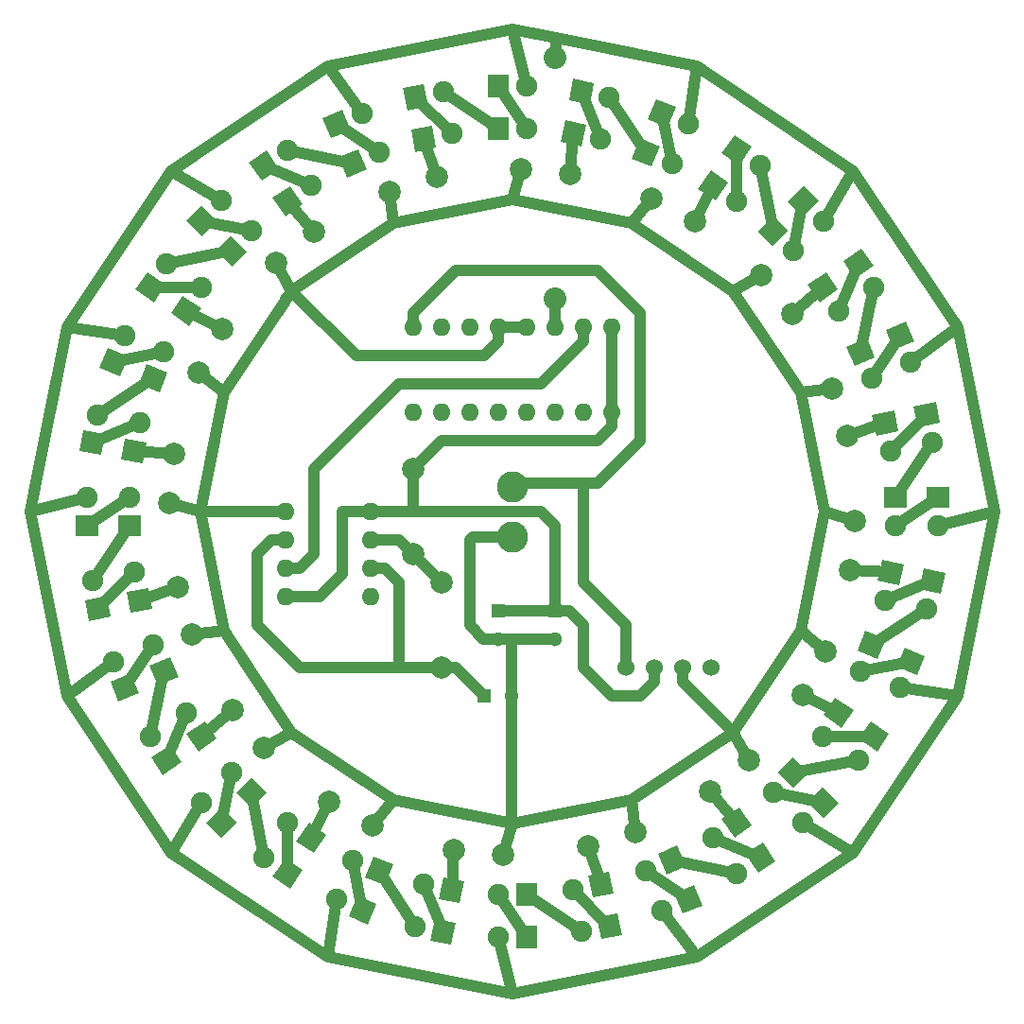
<source format=gbr>
G04 #@! TF.FileFunction,Copper,L2,Bot,Signal*
%FSLAX46Y46*%
G04 Gerber Fmt 4.6, Leading zero omitted, Abs format (unit mm)*
G04 Created by KiCad (PCBNEW 4.0.0-rc1-stable) date 4/24/2016 3:59:36 PM*
%MOMM*%
G01*
G04 APERTURE LIST*
%ADD10C,0.100000*%
%ADD11C,1.998980*%
%ADD12C,2.800000*%
%ADD13R,1.900000X2.000000*%
%ADD14C,1.900000*%
%ADD15R,2.000000X1.900000*%
%ADD16O,1.600000X1.600000*%
%ADD17R,1.300000X1.300000*%
%ADD18C,1.300000*%
%ADD19C,1.524000*%
%ADD20C,2.032000*%
%ADD21C,1.016000*%
G04 APERTURE END LIST*
D10*
D11*
X170128293Y-126684939D03*
X163406486Y-130274050D03*
D12*
X152400000Y-99350000D03*
X152400000Y-103850000D03*
D11*
X143510000Y-97790000D03*
X143510000Y-105410000D03*
X146050000Y-107950000D03*
X146050000Y-115570000D03*
D13*
X153670000Y-139700000D03*
D14*
X151130000Y-139700000D03*
D13*
X153670000Y-135890000D03*
D14*
X151130000Y-135890000D03*
D10*
G36*
X159952397Y-137923721D02*
X161816212Y-137554676D01*
X162204681Y-139516587D01*
X160340866Y-139885632D01*
X159952397Y-137923721D01*
X159952397Y-137923721D01*
G37*
D14*
X158586913Y-139213509D03*
D10*
G36*
X161461386Y-135779796D02*
X159597571Y-136148841D01*
X159209102Y-134186930D01*
X161072917Y-133817885D01*
X161461386Y-135779796D01*
X161461386Y-135779796D01*
G37*
D14*
X157843618Y-135476718D03*
D10*
G36*
X166893197Y-135753472D02*
X168648568Y-135026373D01*
X169413935Y-136874132D01*
X167658564Y-137601231D01*
X166893197Y-135753472D01*
X166893197Y-135753472D01*
G37*
D14*
X165806912Y-137285818D03*
D10*
G36*
X167955911Y-133354151D02*
X166200540Y-134081250D01*
X165435173Y-132233491D01*
X167190544Y-131506392D01*
X167955911Y-133354151D01*
X167955911Y-133354151D01*
G37*
D14*
X164348888Y-133765837D03*
D10*
G36*
X173277991Y-132268566D02*
X174858704Y-131214362D01*
X175968393Y-132878270D01*
X174387680Y-133932474D01*
X173277991Y-132268566D01*
X173277991Y-132268566D01*
G37*
D14*
X172510029Y-133982723D03*
D10*
G36*
X173851671Y-129710371D02*
X172270958Y-130764575D01*
X171161269Y-129100667D01*
X172741982Y-128046463D01*
X173851671Y-129710371D01*
X173851671Y-129710371D01*
G37*
D14*
X170393307Y-130814824D03*
D10*
G36*
X178859936Y-127607388D02*
X180203439Y-126263885D01*
X181617652Y-127678098D01*
X180274149Y-129021601D01*
X178859936Y-127607388D01*
X178859936Y-127607388D01*
G37*
D14*
X178442743Y-129438794D03*
D10*
G36*
X178923575Y-124984021D02*
X177580072Y-126327524D01*
X176165859Y-124913311D01*
X177509362Y-123569808D01*
X178923575Y-124984021D01*
X178923575Y-124984021D01*
G37*
D14*
X175748666Y-126744717D03*
D10*
G36*
X183425101Y-121944399D02*
X184482062Y-120365528D01*
X186144031Y-121478119D01*
X185087070Y-123056990D01*
X183425101Y-121944399D01*
X183425101Y-121944399D01*
G37*
D14*
X183371575Y-123821960D03*
D10*
G36*
X182976132Y-119361397D02*
X181919171Y-120940268D01*
X180257202Y-119827677D01*
X181314163Y-118248806D01*
X182976132Y-119361397D01*
X182976132Y-119361397D01*
G37*
D14*
X180203676Y-121705238D03*
D10*
G36*
X186798389Y-115501914D02*
X187525488Y-113746543D01*
X189373247Y-114511910D01*
X188646148Y-116267281D01*
X186798389Y-115501914D01*
X186798389Y-115501914D01*
G37*
D14*
X187113802Y-117353566D03*
D10*
G36*
X185853266Y-113053886D02*
X185126167Y-114809257D01*
X183278408Y-114043890D01*
X184005507Y-112288519D01*
X185853266Y-113053886D01*
X185853266Y-113053886D01*
G37*
D14*
X183593821Y-115895542D03*
D10*
G36*
X187445655Y-106308412D02*
X187073358Y-108171580D01*
X185112129Y-107779688D01*
X185484426Y-105916520D01*
X187445655Y-106308412D01*
X187445655Y-106308412D01*
G37*
D14*
X185781189Y-109534811D03*
D15*
X190500000Y-100330000D03*
D14*
X190500000Y-102870000D03*
D15*
X186690000Y-100330000D03*
D14*
X186690000Y-102870000D03*
D10*
G36*
X188723721Y-94047603D02*
X188354676Y-92183788D01*
X190316587Y-91795319D01*
X190685632Y-93659134D01*
X188723721Y-94047603D01*
X188723721Y-94047603D01*
G37*
D14*
X190013509Y-95413087D03*
D10*
G36*
X186579796Y-92538614D02*
X186948841Y-94402429D01*
X184986930Y-94790898D01*
X184617885Y-92927083D01*
X186579796Y-92538614D01*
X186579796Y-92538614D01*
G37*
D14*
X186276718Y-96156382D03*
D10*
G36*
X186553472Y-87106803D02*
X185826373Y-85351432D01*
X187674132Y-84586065D01*
X188401231Y-86341436D01*
X186553472Y-87106803D01*
X186553472Y-87106803D01*
G37*
D14*
X188085818Y-88193088D03*
D10*
G36*
X184154151Y-86044089D02*
X184881250Y-87799460D01*
X183033491Y-88564827D01*
X182306392Y-86809456D01*
X184154151Y-86044089D01*
X184154151Y-86044089D01*
G37*
D14*
X184565837Y-89651112D03*
D10*
G36*
X183068566Y-80722009D02*
X182014362Y-79141296D01*
X183678270Y-78031607D01*
X184732474Y-79612320D01*
X183068566Y-80722009D01*
X183068566Y-80722009D01*
G37*
D14*
X184782723Y-81489971D03*
D10*
G36*
X180510371Y-80148329D02*
X181564575Y-81729042D01*
X179900667Y-82838731D01*
X178846463Y-81258018D01*
X180510371Y-80148329D01*
X180510371Y-80148329D01*
G37*
D14*
X181614824Y-83606693D03*
D10*
G36*
X178407388Y-75140064D02*
X177063885Y-73796561D01*
X178478098Y-72382348D01*
X179821601Y-73725851D01*
X178407388Y-75140064D01*
X178407388Y-75140064D01*
G37*
D14*
X180238794Y-75557257D03*
D10*
G36*
X175784021Y-75076425D02*
X177127524Y-76419928D01*
X175713311Y-77834141D01*
X174369808Y-76490638D01*
X175784021Y-75076425D01*
X175784021Y-75076425D01*
G37*
D14*
X177544717Y-78251334D03*
D10*
G36*
X172744399Y-70574899D02*
X171165528Y-69517938D01*
X172278119Y-67855969D01*
X173856990Y-68912930D01*
X172744399Y-70574899D01*
X172744399Y-70574899D01*
G37*
D14*
X174621960Y-70628425D03*
D10*
G36*
X170161397Y-71023868D02*
X171740268Y-72080829D01*
X170627677Y-73742798D01*
X169048806Y-72685837D01*
X170161397Y-71023868D01*
X170161397Y-71023868D01*
G37*
D14*
X172505238Y-73796324D03*
D10*
G36*
X166301914Y-67201611D02*
X164546543Y-66474512D01*
X165311910Y-64626753D01*
X167067281Y-65353852D01*
X166301914Y-67201611D01*
X166301914Y-67201611D01*
G37*
D14*
X168153566Y-66886198D03*
D10*
G36*
X163853886Y-68146734D02*
X165609257Y-68873833D01*
X164843890Y-70721592D01*
X163088519Y-69994493D01*
X163853886Y-68146734D01*
X163853886Y-68146734D01*
G37*
D14*
X166695542Y-70406179D03*
D10*
G36*
X159322982Y-65151079D02*
X157459814Y-64778782D01*
X157851706Y-62817553D01*
X159714874Y-63189850D01*
X159322982Y-65151079D01*
X159322982Y-65151079D01*
G37*
D14*
X161078105Y-64482019D03*
D10*
G36*
X157126830Y-66542934D02*
X158983920Y-66944451D01*
X158561270Y-68899282D01*
X156704180Y-68497765D01*
X157126830Y-66542934D01*
X157126830Y-66542934D01*
G37*
D14*
X160326686Y-68257873D03*
D11*
X159179216Y-131559785D03*
X151595583Y-132303367D03*
X178378397Y-117991137D03*
X173541750Y-123879367D03*
X182673526Y-106801934D03*
X180458375Y-114092854D03*
X182359785Y-94820784D03*
X183103367Y-102404417D03*
X177484939Y-83871707D03*
X181074050Y-90593514D03*
X168791137Y-75621603D03*
X174679367Y-80458250D03*
X157601934Y-71326474D03*
X164892854Y-73541625D03*
D10*
G36*
X188848921Y-108522982D02*
X189221218Y-106659814D01*
X191182447Y-107051706D01*
X190810150Y-108914874D01*
X188848921Y-108522982D01*
X188848921Y-108522982D01*
G37*
D14*
X189517981Y-110278105D03*
D16*
X161290000Y-85090000D03*
X158750000Y-85090000D03*
X156210000Y-85090000D03*
X153670000Y-85090000D03*
X151130000Y-85090000D03*
X148590000Y-85090000D03*
X146050000Y-85090000D03*
X143510000Y-85090000D03*
X143510000Y-92710000D03*
X146050000Y-92710000D03*
X148590000Y-92710000D03*
X151130000Y-92710000D03*
X153670000Y-92710000D03*
X156210000Y-92710000D03*
X158750000Y-92710000D03*
X161290000Y-92710000D03*
D13*
X151130000Y-63500000D03*
D14*
X153670000Y-63500000D03*
D13*
X151130000Y-67310000D03*
D14*
X153670000Y-67310000D03*
D10*
G36*
X144847603Y-65276279D02*
X142983788Y-65645324D01*
X142595319Y-63683413D01*
X144459134Y-63314368D01*
X144847603Y-65276279D01*
X144847603Y-65276279D01*
G37*
D14*
X146213087Y-63986491D03*
D10*
G36*
X143338614Y-67420204D02*
X145202429Y-67051159D01*
X145590898Y-69013070D01*
X143727083Y-69382115D01*
X143338614Y-67420204D01*
X143338614Y-67420204D01*
G37*
D14*
X146956382Y-67723282D03*
D10*
G36*
X137906803Y-67446528D02*
X136151432Y-68173627D01*
X135386065Y-66325868D01*
X137141436Y-65598769D01*
X137906803Y-67446528D01*
X137906803Y-67446528D01*
G37*
D14*
X138993088Y-65914182D03*
D10*
G36*
X136844089Y-69845849D02*
X138599460Y-69118750D01*
X139364827Y-70966509D01*
X137609456Y-71693608D01*
X136844089Y-69845849D01*
X136844089Y-69845849D01*
G37*
D14*
X140451112Y-69434163D03*
D10*
G36*
X131522009Y-70931434D02*
X129941296Y-71985638D01*
X128831607Y-70321730D01*
X130412320Y-69267526D01*
X131522009Y-70931434D01*
X131522009Y-70931434D01*
G37*
D14*
X132289971Y-69217277D03*
D10*
G36*
X130948329Y-73489629D02*
X132529042Y-72435425D01*
X133638731Y-74099333D01*
X132058018Y-75153537D01*
X130948329Y-73489629D01*
X130948329Y-73489629D01*
G37*
D14*
X134406693Y-72385176D03*
D10*
G36*
X125940064Y-75592612D02*
X124596561Y-76936115D01*
X123182348Y-75521902D01*
X124525851Y-74178399D01*
X125940064Y-75592612D01*
X125940064Y-75592612D01*
G37*
D14*
X126357257Y-73761206D03*
D10*
G36*
X125876425Y-78215979D02*
X127219928Y-76872476D01*
X128634141Y-78286689D01*
X127290638Y-79630192D01*
X125876425Y-78215979D01*
X125876425Y-78215979D01*
G37*
D14*
X129051334Y-76455283D03*
D10*
G36*
X121374899Y-81255601D02*
X120317938Y-82834472D01*
X118655969Y-81721881D01*
X119712930Y-80143010D01*
X121374899Y-81255601D01*
X121374899Y-81255601D01*
G37*
D14*
X121428425Y-79378040D03*
D10*
G36*
X121823868Y-83838603D02*
X122880829Y-82259732D01*
X124542798Y-83372323D01*
X123485837Y-84951194D01*
X121823868Y-83838603D01*
X121823868Y-83838603D01*
G37*
D14*
X124596324Y-81494762D03*
D10*
G36*
X118001611Y-87698086D02*
X117274512Y-89453457D01*
X115426753Y-88688090D01*
X116153852Y-86932719D01*
X118001611Y-87698086D01*
X118001611Y-87698086D01*
G37*
D14*
X117686198Y-85846434D03*
D10*
G36*
X118946734Y-90146114D02*
X119673833Y-88390743D01*
X121521592Y-89156110D01*
X120794493Y-90911481D01*
X118946734Y-90146114D01*
X118946734Y-90146114D01*
G37*
D14*
X121206179Y-87304458D03*
D10*
G36*
X115951079Y-94677018D02*
X115578782Y-96540186D01*
X113617553Y-96148294D01*
X113989850Y-94285126D01*
X115951079Y-94677018D01*
X115951079Y-94677018D01*
G37*
D14*
X115282019Y-92921895D03*
D10*
G36*
X117354345Y-96891588D02*
X117726642Y-95028420D01*
X119687871Y-95420312D01*
X119315574Y-97283480D01*
X117354345Y-96891588D01*
X117354345Y-96891588D01*
G37*
D14*
X119018811Y-93665189D03*
D15*
X114300000Y-102870000D03*
D14*
X114300000Y-100330000D03*
D15*
X118110000Y-102870000D03*
D14*
X118110000Y-100330000D03*
D10*
G36*
X116076279Y-109152397D02*
X116445324Y-111016212D01*
X114483413Y-111404681D01*
X114114368Y-109540866D01*
X116076279Y-109152397D01*
X116076279Y-109152397D01*
G37*
D14*
X114786491Y-107786913D03*
D10*
G36*
X118220204Y-110661386D02*
X117851159Y-108797571D01*
X119813070Y-108409102D01*
X120182115Y-110272917D01*
X118220204Y-110661386D01*
X118220204Y-110661386D01*
G37*
D14*
X118523282Y-107043618D03*
D10*
G36*
X118246528Y-116093197D02*
X118973627Y-117848568D01*
X117125868Y-118613935D01*
X116398769Y-116858564D01*
X118246528Y-116093197D01*
X118246528Y-116093197D01*
G37*
D14*
X116714182Y-115006912D03*
D10*
G36*
X120645849Y-117155911D02*
X119918750Y-115400540D01*
X121766509Y-114635173D01*
X122493608Y-116390544D01*
X120645849Y-117155911D01*
X120645849Y-117155911D01*
G37*
D14*
X120234163Y-113548888D03*
D10*
G36*
X121731434Y-122477991D02*
X122785638Y-124058704D01*
X121121730Y-125168393D01*
X120067526Y-123587680D01*
X121731434Y-122477991D01*
X121731434Y-122477991D01*
G37*
D14*
X120017277Y-121710029D03*
D10*
G36*
X124289629Y-123051671D02*
X123235425Y-121470958D01*
X124899333Y-120361269D01*
X125953537Y-121941982D01*
X124289629Y-123051671D01*
X124289629Y-123051671D01*
G37*
D14*
X123185176Y-119593307D03*
D10*
G36*
X126392612Y-128059936D02*
X127736115Y-129403439D01*
X126321902Y-130817652D01*
X124978399Y-129474149D01*
X126392612Y-128059936D01*
X126392612Y-128059936D01*
G37*
D14*
X124561206Y-127642743D03*
D10*
G36*
X129015979Y-128123575D02*
X127672476Y-126780072D01*
X129086689Y-125365859D01*
X130430192Y-126709362D01*
X129015979Y-128123575D01*
X129015979Y-128123575D01*
G37*
D14*
X127255283Y-124948666D03*
D10*
G36*
X132055601Y-132625101D02*
X133634472Y-133682062D01*
X132521881Y-135344031D01*
X130943010Y-134287070D01*
X132055601Y-132625101D01*
X132055601Y-132625101D01*
G37*
D14*
X130178040Y-132571575D03*
D10*
G36*
X134638603Y-132176132D02*
X133059732Y-131119171D01*
X134172323Y-129457202D01*
X135751194Y-130514163D01*
X134638603Y-132176132D01*
X134638603Y-132176132D01*
G37*
D14*
X132294762Y-129403676D03*
D10*
G36*
X138498086Y-135998389D02*
X140253457Y-136725488D01*
X139488090Y-138573247D01*
X137732719Y-137846148D01*
X138498086Y-135998389D01*
X138498086Y-135998389D01*
G37*
D14*
X136646434Y-136313802D03*
D10*
G36*
X140946114Y-135053266D02*
X139190743Y-134326167D01*
X139956110Y-132478408D01*
X141711481Y-133205507D01*
X140946114Y-135053266D01*
X140946114Y-135053266D01*
G37*
D14*
X138104458Y-132793821D03*
D10*
G36*
X145477018Y-138048921D02*
X147340186Y-138421218D01*
X146948294Y-140382447D01*
X145085126Y-140010150D01*
X145477018Y-138048921D01*
X145477018Y-138048921D01*
G37*
D14*
X143721895Y-138717981D03*
D10*
G36*
X147691588Y-136645655D02*
X145828420Y-136273358D01*
X146220312Y-134312129D01*
X148083480Y-134684426D01*
X147691588Y-136645655D01*
X147691588Y-136645655D01*
G37*
D14*
X144465189Y-134981189D03*
D11*
X145620784Y-71640215D03*
X153204417Y-70896633D03*
X134671707Y-76515061D03*
X141393514Y-72925950D03*
X126421603Y-85208863D03*
X131258250Y-79320633D03*
X122126474Y-96398066D03*
X124341625Y-89107146D03*
X122440215Y-108379216D03*
X121696633Y-100795583D03*
X127315061Y-119328293D03*
X123725950Y-112606486D03*
X136008863Y-127578397D03*
X130120633Y-122741750D03*
X147198066Y-131873526D03*
X139907146Y-129658375D03*
D17*
X156210000Y-110490000D03*
D18*
X156210000Y-112990000D03*
D17*
X151130000Y-110490000D03*
D18*
X151130000Y-112990000D03*
D17*
X149860000Y-118110000D03*
D18*
X152360000Y-118110000D03*
D19*
X162560000Y-115570000D03*
X165100000Y-115570000D03*
X167640000Y-115570000D03*
X170180000Y-115570000D03*
D16*
X132080000Y-101600000D03*
X132080000Y-104140000D03*
X132080000Y-106680000D03*
X132080000Y-109220000D03*
X139700000Y-109220000D03*
X139700000Y-106680000D03*
X139700000Y-104140000D03*
X139700000Y-101600000D03*
D20*
X156210000Y-60960000D03*
X156210000Y-82550000D03*
D21*
X139700000Y-104140000D02*
X142240000Y-104140000D01*
X142240000Y-104140000D02*
X143510000Y-105410000D01*
X143510000Y-105410000D02*
X143510000Y-105410000D01*
X143510000Y-105410000D02*
X146050000Y-107950000D01*
X153670000Y-139700000D02*
X151130000Y-135890000D01*
X153670000Y-135890000D02*
X158586913Y-139213509D01*
X161078539Y-138720154D02*
X157843618Y-135476718D01*
X159179216Y-131559785D02*
X160335244Y-134983363D01*
X164348888Y-133765837D02*
X168153566Y-136313802D01*
X166695542Y-132793821D02*
X172510029Y-133982723D01*
X170393307Y-130814824D02*
X174623192Y-132573418D01*
X170128293Y-126684939D02*
X172506470Y-129405519D01*
X175748666Y-126744717D02*
X180238794Y-127642743D01*
X177544717Y-124948666D02*
X183371575Y-123821960D01*
X180203676Y-121705238D02*
X184784566Y-121711259D01*
X178378397Y-117991137D02*
X181616667Y-119594537D01*
X183593821Y-115895542D02*
X188085818Y-115006912D01*
X184565837Y-113548888D02*
X189517981Y-110278105D01*
X185781189Y-109534811D02*
X190015684Y-107787344D01*
X182673526Y-106801934D02*
X186278892Y-107044050D01*
X186690000Y-102870000D02*
X190500000Y-100330000D01*
X186690000Y-100330000D02*
X190013509Y-95413087D01*
X189520154Y-92921461D02*
X186276718Y-96156382D01*
X185783363Y-93664756D02*
X182359785Y-94820784D01*
X184565837Y-89651112D02*
X187113802Y-85846434D01*
X184782723Y-81489971D02*
X183593821Y-87304458D01*
X181614824Y-83606693D02*
X183373418Y-79376808D01*
X177484939Y-83871707D02*
X180205519Y-81493530D01*
X178442743Y-73761206D02*
X177544717Y-78251334D01*
X175748666Y-76455283D02*
X174621960Y-70628425D01*
X172511259Y-69215434D02*
X172505238Y-73796324D01*
X168791137Y-75621603D02*
X170394537Y-72383333D01*
X165806912Y-65914182D02*
X166695542Y-70406179D01*
X164348888Y-69434163D02*
X161078105Y-64482019D01*
X158587344Y-63984316D02*
X160326686Y-68257873D01*
X157601934Y-71326474D02*
X157844050Y-67721108D01*
X158750000Y-85090000D02*
X158750000Y-86360000D01*
X133350000Y-106680000D02*
X132080000Y-106680000D01*
X134620000Y-105410000D02*
X133350000Y-106680000D01*
X134620000Y-97790000D02*
X134620000Y-105410000D01*
X142240000Y-90170000D02*
X134620000Y-97790000D01*
X154940000Y-90170000D02*
X142240000Y-90170000D01*
X158750000Y-86360000D02*
X154940000Y-90170000D01*
X153670000Y-67310000D02*
X151130000Y-63500000D01*
X151130000Y-67310000D02*
X146213087Y-63986491D01*
X146956382Y-67723282D02*
X143721461Y-64479846D01*
X145620784Y-71640215D02*
X144464756Y-68216637D01*
X136646434Y-66886198D02*
X140451112Y-69434163D01*
X138104458Y-70406179D02*
X132289971Y-69217277D01*
X130176808Y-70626582D02*
X134406693Y-72385176D01*
X134671707Y-76515061D02*
X132293530Y-73794481D01*
X124561206Y-75557257D02*
X129051334Y-76455283D01*
X127255283Y-78251334D02*
X121428425Y-79378040D01*
X120015434Y-81488741D02*
X124596324Y-81494762D01*
X126421603Y-85208863D02*
X123183333Y-83605463D01*
X121206179Y-87304458D02*
X116714182Y-88193088D01*
X120234163Y-89651112D02*
X115282019Y-92921895D01*
X119018811Y-93665189D02*
X114784316Y-95412656D01*
X122126474Y-96398066D02*
X118521108Y-96155950D01*
X118110000Y-100330000D02*
X114300000Y-102870000D01*
X118110000Y-102870000D02*
X114786491Y-107786913D01*
X118523282Y-107043618D02*
X115279846Y-110278539D01*
X122440215Y-108379216D02*
X119016637Y-109535244D01*
X120234163Y-113548888D02*
X117686198Y-117353566D01*
X121206179Y-115895542D02*
X120017277Y-121710029D01*
X123185176Y-119593307D02*
X121426582Y-123823192D01*
X127315061Y-119328293D02*
X124594481Y-121706470D01*
X127255283Y-124948666D02*
X126357257Y-129438794D01*
X129051334Y-126744717D02*
X130178040Y-132571575D01*
X132294762Y-129403676D02*
X132288741Y-133984566D01*
X136008863Y-127578397D02*
X134405463Y-130816667D01*
X138104458Y-132793821D02*
X138993088Y-137285818D01*
X140451112Y-133765837D02*
X143721895Y-138717981D01*
X144465189Y-134981189D02*
X146212656Y-139215684D01*
X147198066Y-131873526D02*
X146955950Y-135478892D01*
X146050000Y-115570000D02*
X147320000Y-115570000D01*
X147320000Y-115570000D02*
X149860000Y-118110000D01*
X139700000Y-106680000D02*
X140970000Y-106680000D01*
X142240000Y-107950000D02*
X142240000Y-115570000D01*
X140970000Y-106680000D02*
X142240000Y-107950000D01*
X132080000Y-104140000D02*
X130810000Y-104140000D01*
X133350000Y-115570000D02*
X142240000Y-115570000D01*
X142240000Y-115570000D02*
X146050000Y-115570000D01*
X130810000Y-113030000D02*
X133350000Y-115570000D01*
X129540000Y-111760000D02*
X130810000Y-113030000D01*
X129540000Y-105410000D02*
X129540000Y-111760000D01*
X130810000Y-104140000D02*
X129540000Y-105410000D01*
X143510000Y-97790000D02*
X146050000Y-95250000D01*
X161290000Y-93980000D02*
X161290000Y-92710000D01*
X160020000Y-95250000D02*
X161290000Y-93980000D01*
X146050000Y-95250000D02*
X160020000Y-95250000D01*
X156210000Y-110490000D02*
X156210000Y-102870000D01*
X154940000Y-101600000D02*
X143510000Y-101600000D01*
X156210000Y-102870000D02*
X154940000Y-101600000D01*
X165100000Y-115570000D02*
X165100000Y-116840000D01*
X157480000Y-110490000D02*
X156210000Y-110490000D01*
X158750000Y-111760000D02*
X157480000Y-110490000D01*
X158750000Y-113030000D02*
X158750000Y-111760000D01*
X158750000Y-115570000D02*
X158750000Y-113030000D01*
X161290000Y-118110000D02*
X158750000Y-115570000D01*
X163830000Y-118110000D02*
X161290000Y-118110000D01*
X165100000Y-116840000D02*
X163830000Y-118110000D01*
X161290000Y-85090000D02*
X161290000Y-92710000D01*
X151130000Y-110490000D02*
X156210000Y-110490000D01*
X139700000Y-101600000D02*
X143510000Y-101600000D01*
X143510000Y-101600000D02*
X143510000Y-97790000D01*
X139700000Y-101600000D02*
X137160000Y-101600000D01*
X137160000Y-101600000D02*
X137160000Y-107188000D01*
X137160000Y-107188000D02*
X135128000Y-109220000D01*
X135128000Y-109220000D02*
X132080000Y-109220000D01*
X151130000Y-85090000D02*
X151130000Y-86360000D01*
X138430000Y-87630000D02*
X132643437Y-81843437D01*
X149860000Y-87630000D02*
X138430000Y-87630000D01*
X151130000Y-86360000D02*
X149860000Y-87630000D01*
X132643437Y-81843437D02*
X132643437Y-81986563D01*
X132080000Y-82550000D02*
X132080000Y-82686680D01*
X132643437Y-81986563D02*
X132080000Y-82550000D01*
X172230598Y-121491401D02*
X172230598Y-121430598D01*
X167640000Y-116840000D02*
X167640000Y-115570000D01*
X172230598Y-121430598D02*
X167640000Y-116840000D01*
X151130000Y-112990000D02*
X149820000Y-112990000D01*
X148880000Y-103850000D02*
X152400000Y-103850000D01*
X148590000Y-104140000D02*
X148880000Y-103850000D01*
X148590000Y-111760000D02*
X148590000Y-104140000D01*
X149820000Y-112990000D02*
X148590000Y-111760000D01*
X152360000Y-118110000D02*
X152360000Y-129532044D01*
X152367956Y-129540000D02*
X152400000Y-129540000D01*
X152360000Y-129532044D02*
X152367956Y-129540000D01*
X153670000Y-85090000D02*
X152400000Y-85090000D01*
X152400000Y-85090000D02*
X151130000Y-85090000D01*
X152360000Y-118110000D02*
X152360000Y-112990000D01*
X152400000Y-113030000D02*
X152400000Y-112990000D01*
X152360000Y-112990000D02*
X152400000Y-113030000D01*
X151130000Y-112990000D02*
X152400000Y-112990000D01*
X152400000Y-112990000D02*
X156210000Y-112990000D01*
X152400000Y-103850000D02*
X151420000Y-103850000D01*
X151090000Y-113030000D02*
X151130000Y-112990000D01*
X183103367Y-102404417D02*
X180340000Y-101600000D01*
X132080000Y-101600000D02*
X124460000Y-101600000D01*
X163092175Y-75786806D02*
X172156563Y-81843437D01*
X163092175Y-75786806D02*
X152400000Y-73660000D01*
X141707825Y-75786806D02*
X152400000Y-73660000D01*
X141707825Y-75786806D02*
X132643437Y-81843437D01*
X126586806Y-90907825D02*
X132080000Y-82686680D01*
X132080000Y-82686680D02*
X132643437Y-81843437D01*
X126586806Y-90907825D02*
X124460000Y-101600000D01*
X126586806Y-112292175D02*
X124460000Y-101600000D01*
X126586806Y-112292175D02*
X132643437Y-121356563D01*
X141707825Y-127413194D02*
X132643437Y-121356563D01*
X141707825Y-127413194D02*
X152400000Y-129540000D01*
X139907146Y-129658375D02*
X141707825Y-127413194D01*
X132643437Y-121356563D02*
X130120633Y-122741750D01*
X123725950Y-112606486D02*
X126586806Y-112292175D01*
X124460000Y-101600000D02*
X121696633Y-100795583D01*
X124341625Y-89107146D02*
X126586806Y-90907825D01*
X132643437Y-81843437D02*
X131258250Y-79320633D01*
X141707825Y-75786806D02*
X141393514Y-72925950D01*
X152400000Y-73660000D02*
X153204417Y-70896633D01*
X164892854Y-73541625D02*
X163092175Y-75786806D01*
X172156563Y-81843437D02*
X176023021Y-87630000D01*
X176023021Y-87630000D02*
X178213194Y-90907825D01*
X181074050Y-90593514D02*
X178213194Y-90907825D01*
X163092175Y-127413194D02*
X152400000Y-129540000D01*
X180458375Y-114092854D02*
X178213194Y-112292175D01*
X173541750Y-123879367D02*
X172230598Y-121491401D01*
X172230598Y-121491401D02*
X172156563Y-121356563D01*
X163406486Y-130274050D02*
X163092175Y-127413194D01*
X163092175Y-127413194D02*
X163406486Y-130274050D01*
X151595583Y-132303367D02*
X152400000Y-129540000D01*
X178213194Y-90907825D02*
X180340000Y-101600000D01*
X178213194Y-112292175D02*
X172156563Y-121356563D01*
X163092175Y-127413194D02*
X172156563Y-121356563D01*
X180340000Y-101600000D02*
X178213194Y-112292175D01*
X174679367Y-80458250D02*
X172156563Y-81843437D01*
X156307995Y-59197348D02*
X156307995Y-60862005D01*
X156307995Y-60862005D02*
X156210000Y-60960000D01*
X156210000Y-85090000D02*
X156210000Y-82550000D01*
X135875729Y-61706882D02*
X121867129Y-71067129D01*
X121867129Y-71067129D02*
X112506882Y-85075729D01*
X112506882Y-85075729D02*
X109997348Y-97692008D01*
X109997348Y-97692008D02*
X109220000Y-101600000D01*
X109220000Y-101600000D02*
X112506882Y-118124271D01*
X112506882Y-118124271D02*
X121867129Y-132132871D01*
X121867129Y-132132871D02*
X135875729Y-141493118D01*
X135875729Y-141493118D02*
X135890000Y-140970000D01*
X135890000Y-140970000D02*
X135890000Y-141397214D01*
X112506882Y-85075729D02*
X117686198Y-85846434D01*
X135875729Y-61706882D02*
X152400000Y-58420000D01*
X168924271Y-61706882D02*
X156307995Y-59197348D01*
X156307995Y-59197348D02*
X156307994Y-59197348D01*
X156307994Y-59197348D02*
X152400000Y-58420000D01*
X168924271Y-61706882D02*
X182932871Y-71067129D01*
X192293118Y-85075729D02*
X182932871Y-71067129D01*
X192293118Y-85075729D02*
X195580000Y-101600000D01*
X192293118Y-118124271D02*
X195580000Y-101600000D01*
X192293118Y-118124271D02*
X182932871Y-132132871D01*
X168924271Y-141493118D02*
X182932871Y-132132871D01*
X168924271Y-141493118D02*
X152400000Y-144780000D01*
X135875729Y-141493118D02*
X152400000Y-144780000D01*
X135875729Y-141493118D02*
X135890000Y-141397214D01*
X135890000Y-141397214D02*
X136646434Y-136313802D01*
X121867129Y-132132871D02*
X124561206Y-127642743D01*
X116714182Y-115006912D02*
X112506882Y-118124271D01*
X109220000Y-101600000D02*
X114300000Y-100330000D01*
X121867129Y-71067129D02*
X126357257Y-73761206D01*
X135875729Y-61706882D02*
X138993088Y-65914182D01*
X168924271Y-61706882D02*
X168153566Y-66886198D01*
X182932871Y-71067129D02*
X180238794Y-75557257D01*
X192293118Y-85075729D02*
X188085818Y-88193088D01*
X195580000Y-101600000D02*
X190500000Y-102870000D01*
X192293118Y-118124271D02*
X187113802Y-117353566D01*
X182932871Y-132132871D02*
X178442743Y-129438794D01*
X168924271Y-141493118D02*
X165806912Y-137285818D01*
X151130000Y-139700000D02*
X152400000Y-144780000D01*
X152400000Y-58420000D02*
X153670000Y-63500000D01*
X152400000Y-99350000D02*
X152690000Y-99060000D01*
X163830000Y-85090000D02*
X163830000Y-83820000D01*
X160020000Y-99060000D02*
X163830000Y-95250000D01*
X163830000Y-95250000D02*
X163830000Y-85090000D01*
X158750000Y-99060000D02*
X160020000Y-99060000D01*
X143510000Y-83820000D02*
X143510000Y-85090000D01*
X147320000Y-80010000D02*
X143510000Y-83820000D01*
X160020000Y-80010000D02*
X147320000Y-80010000D01*
X163830000Y-83820000D02*
X160020000Y-80010000D01*
X162560000Y-115570000D02*
X162560000Y-111760000D01*
X158750000Y-99060000D02*
X152690000Y-99060000D01*
X158750000Y-101600000D02*
X158750000Y-99060000D01*
X158750000Y-107950000D02*
X158750000Y-101600000D01*
X162560000Y-111760000D02*
X158750000Y-107950000D01*
X152690000Y-99060000D02*
X152400000Y-99350000D01*
X143510000Y-85090000D02*
X143510000Y-85090000D01*
M02*

</source>
